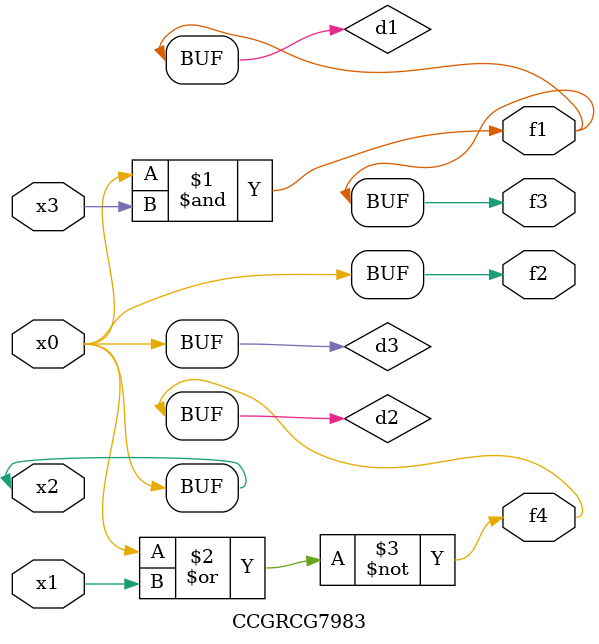
<source format=v>
module CCGRCG7983(
	input x0, x1, x2, x3,
	output f1, f2, f3, f4
);

	wire d1, d2, d3;

	and (d1, x2, x3);
	nor (d2, x0, x1);
	buf (d3, x0, x2);
	assign f1 = d1;
	assign f2 = d3;
	assign f3 = d1;
	assign f4 = d2;
endmodule

</source>
